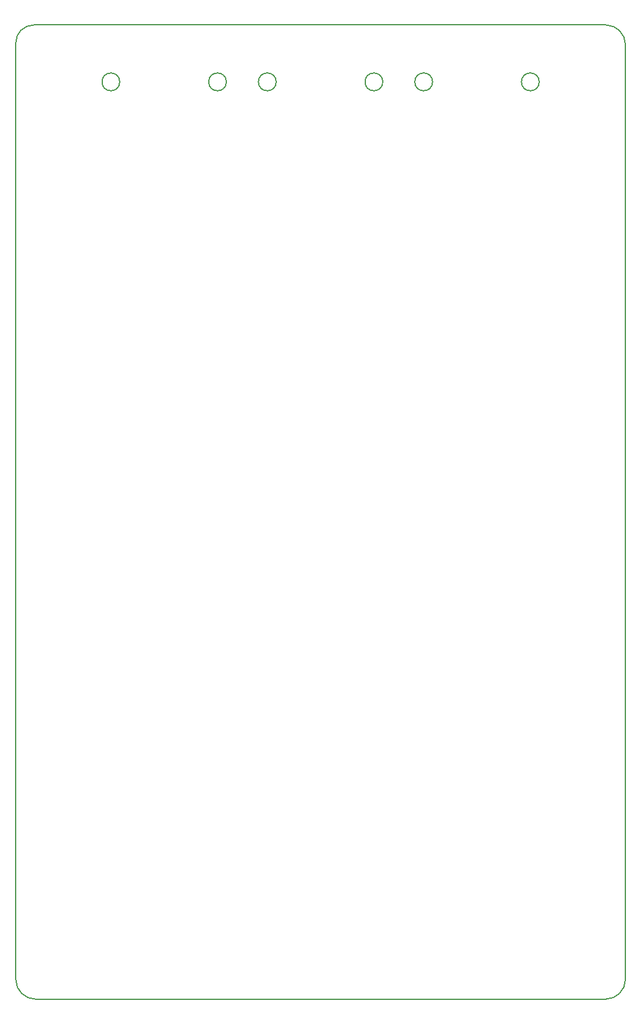
<source format=gbr>
G04 #@! TF.FileFunction,Paste,Top*
%FSLAX46Y46*%
G04 Gerber Fmt 4.6, Leading zero omitted, Abs format (unit mm)*
G04 Created by KiCad (PCBNEW 4.0.6-e0-6349~53~ubuntu16.04.1) date Sat Aug 19 19:33:35 2017*
%MOMM*%
%LPD*%
G01*
G04 APERTURE LIST*
%ADD10C,0.100000*%
%ADD11C,0.150000*%
G04 APERTURE END LIST*
D10*
D11*
X115125000Y-33750000D02*
G75*
G03X115125000Y-33750000I-1250000J0D01*
G01*
X100125000Y-33750000D02*
G75*
G03X100125000Y-33750000I-1250000J0D01*
G01*
X93125000Y-33750000D02*
G75*
G03X93125000Y-33750000I-1250000J0D01*
G01*
X78125000Y-33750000D02*
G75*
G03X78125000Y-33750000I-1250000J0D01*
G01*
X56125000Y-33750000D02*
G75*
G03X56125000Y-33750000I-1250000J0D01*
G01*
X71125000Y-33750000D02*
G75*
G03X71125000Y-33750000I-1250000J0D01*
G01*
X124500000Y-162750000D02*
G75*
G03X127250000Y-160000000I0J2750000D01*
G01*
X44250000Y-162750000D02*
X124500000Y-162750000D01*
X127250000Y-28500000D02*
X127250000Y-160000000D01*
X127250000Y-28500000D02*
G75*
G03X124500000Y-25750000I-2750000J0D01*
G01*
X44000000Y-25750000D02*
X124500000Y-25750000D01*
X44000000Y-25750000D02*
G75*
G03X41500000Y-28250000I0J-2500000D01*
G01*
X41500000Y-160000000D02*
X41500000Y-28250000D01*
X41500000Y-160000000D02*
G75*
G03X44250000Y-162750000I2750000J0D01*
G01*
M02*

</source>
